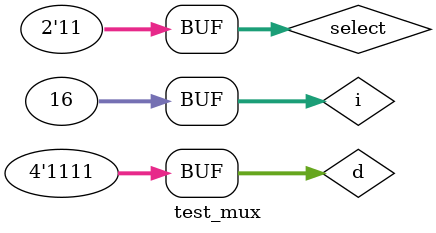
<source format=v>

module test_mux;

reg[3:0] d;
reg[1:0] select;
wire q;

integer i;

MUX_Four my_mux(select, d, q);

initial

begin

#1 $monitor("d = %b", d, " | select = ", select, " | q = ", q);

for (i = 0; i <= 15; i = i + 1)
begin
d = i;
select = 0; #1;
select = 1; #1;
select = 2; #1;
select = 3; #1;

$display("--------------------");
end
end


endmodule

</source>
